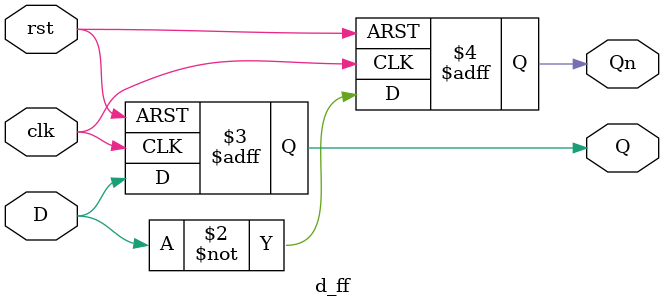
<source format=sv>
module d_ff (
    input  logic D,
    clk,
    rst,
    output logic Q,
    Qn
);
  always_ff @(posedge clk, posedge rst) begin
    if (rst) begin
      Q  <= 0;
      Qn <= 1;
    end else begin
      Q  <= D;
      Qn <= ~D;
    end
  end
endmodule

</source>
